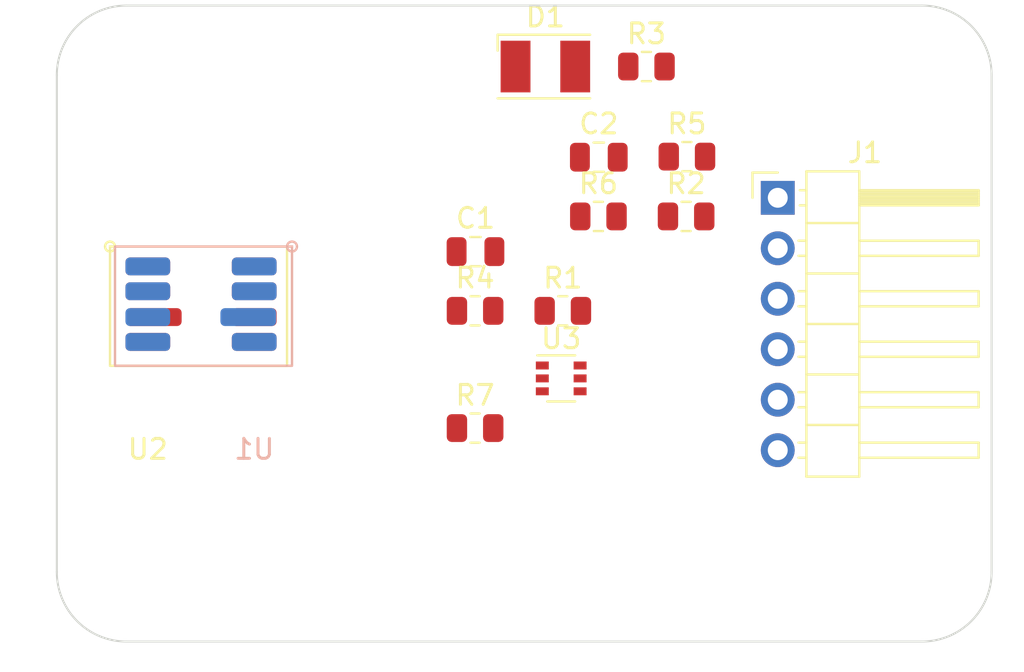
<source format=kicad_pcb>
(kicad_pcb (version 20211014) (generator pcbnew)
  (layers (0 "F.Cu" signal) (31 "B.Cu" signal) (34 "B.Paste" user) (35 "F.Paste" user) (36 "B.SilkS" user "B.Silkscreen") (37 "F.SilkS" user "F.Silkscreen") (38 "B.Mask" user) (39 "F.Mask" user) (44 "Edge.Cuts" user))
  (net 0 "")
  (net 1 "VDD")
  (net 2 "GND")
  (net 3 "Net-(D1-Pad2)")
  (net 4 "/SCLK")
  (net 5 "/SDI")
  (net 6 "/PS")
  (net 7 "/CSB")
  (net 8 "/SDO")
  (footprint "Resistor_SMD:R_0805_2012Metric" (layer "F.Cu") (at 131.94 111.86)
    (fp_text reference "R1" (at 0 -1.65) (layer "F.SilkS"))
    (fp_text value "10k")
    (fp_line (start -0.227064 -0.735) (end 0.227064 -0.735) (layer "F.SilkS") (width 0.12))
    (fp_line (start -0.227064 0.735) (end 0.227064 0.735) (layer "F.SilkS") (width 0.12))
    (pad "1" smd roundrect (at -0.9125 0) (size 1.025 1.4) (layers "F.Cu" "F.Paste" "F.Mask") (roundrect_rratio 0.243902) (net 4 "/SCLK"))
    (pad "2" smd roundrect (at 0.9125 0) (size 1.025 1.4) (layers "F.Cu" "F.Paste" "F.Mask") (roundrect_rratio 0.243902) (net 1 "VDD"))
  )
  (footprint "Capacitor_SMD:C_0805_2012Metric" (layer "F.Cu") (at 127.55 108.88)
    (fp_text reference "C1" (at 0 -1.68) (layer "F.SilkS"))
    (fp_text value "100nF")
    (fp_line (start -0.261252 -0.735) (end 0.261252 -0.735) (layer "F.SilkS") (width 0.12))
    (fp_line (start -0.261252 0.735) (end 0.261252 0.735) (layer "F.SilkS") (width 0.12))
    (pad "1" smd roundrect (at -0.95 0) (size 1 1.45) (layers "F.Cu" "F.Paste" "F.Mask") (net 1 "VDD"))
    (pad "2" smd roundrect (at 0.95 0) (size 1 1.45) (layers "F.Cu" "F.Paste" "F.Mask") (net 2 "GND"))
  )
  (footprint "LED_SMD:LED_PLCC-2" (layer "F.Cu") (at 131.064 99.568)
    (fp_text reference "D1" (at 0 -2.5) (layer "F.SilkS"))
    (fp_text value "LED")
    (fp_line (start 2.25 1.6) (end -2.4 1.6) (layer "F.SilkS") (width 0.12))
    (fp_line (start -2.4 -1.6) (end -2.4 -0.8) (layer "F.SilkS") (width 0.12))
    (fp_line (start 2.25 -1.6) (end -2.4 -1.6) (layer "F.SilkS") (width 0.12))
    (pad "1" smd rect (at -1.5 0) (size 1.5 2.6) (layers "F.Cu" "F.Paste" "F.Mask") (net 2 "GND"))
    (pad "2" smd rect (at 1.5 0) (size 1.5 2.6) (layers "F.Cu" "F.Paste" "F.Mask") (net 3 "Net-(D1-Pad2)"))
  )
  (footprint "MountingHole:MountingHole_3.2mm_M3" (layer "F.Cu") (at 150 125)
    (fp_text reference "H3" hide)
    (fp_text value "MountingHole")
    (pad "" np_thru_hole circle (at 0 0) (size 3.2 3.2) (drill 3.2) (layers *.Cu *.Mask))
  )
  (footprint "MyLib:MS580301BA01-00" (layer "F.Cu") (at 111.075 109.625)
    (fp_text reference "U2" (at 0 9.2 unlocked) (layer "F.SilkS"))
    (fp_text value "MS580301BA01-00")
    (fp_rect (start -1.9 -1) (end 7 5) (layer "F.SilkS") (width 0.12) (fill none))
    (fp_circle (center -1.9 -1) (end -1.65 -1) (layer "F.SilkS") (width 0.12) (fill none))
    (pad "1" smd roundrect (at 0 0) (size 2.25 0.9) (layers "F.Cu" "F.Paste" "F.Mask") (net 4 "/SCLK"))
    (pad "2" smd roundrect (at 0 1.25) (size 2.25 0.9) (layers "F.Cu" "F.Paste" "F.Mask") (net 2 "GND"))
    (pad "3" smd roundrect (at 0.3 2.55) (size 2.8 0.9) (layers "F.Cu" "F.Paste" "F.Mask") (net 7 "/CSB"))
    (pad "4" smd roundrect (at 0 3.8) (size 2.25 0.9) (layers "F.Cu" "F.Paste" "F.Mask"))
    (pad "5" smd roundrect (at 5.35 3.8) (size 2.25 0.9) (layers "F.Cu" "F.Paste" "F.Mask") (net 1 "VDD"))
    (pad "6" smd roundrect (at 5.35 2.55) (size 2.25 0.9) (layers "F.Cu" "F.Paste" "F.Mask") (net 6 "/PS"))
    (pad "7" smd roundrect (at 5.35 1.25) (size 2.25 0.9) (layers "F.Cu" "F.Paste" "F.Mask") (net 5 "/SDI"))
    (pad "8" smd roundrect (at 5.35 0) (size 2.25 0.9) (layers "F.Cu" "F.Paste" "F.Mask") (net 8 "/SDO"))
  )
  (footprint "Resistor_SMD:R_0805_2012Metric" (layer "F.Cu") (at 138.18 104.1)
    (fp_text reference "R5" (at 0 -1.65) (layer "F.SilkS"))
    (fp_text value "0R")
    (fp_line (start -0.227064 -0.735) (end 0.227064 -0.735) (layer "F.SilkS") (width 0.12))
    (fp_line (start -0.227064 0.735) (end 0.227064 0.735) (layer "F.SilkS") (width 0.12))
    (pad "1" smd roundrect (at -0.9125 0) (size 1.025 1.4) (layers "F.Cu" "F.Paste" "F.Mask") (roundrect_rratio 0.243902) (net 2 "GND"))
    (pad "2" smd roundrect (at 0.9125 0) (size 1.025 1.4) (layers "F.Cu" "F.Paste" "F.Mask") (roundrect_rratio 0.243902) (net 6 "/PS"))
  )
  (footprint "Resistor_SMD:R_0805_2012Metric" (layer "F.Cu") (at 127.53 111.86)
    (fp_text reference "R4" (at 0 -1.65) (layer "F.SilkS"))
    (fp_text value "0R")
    (fp_line (start -0.227064 -0.735) (end 0.227064 -0.735) (layer "F.SilkS") (width 0.12))
    (fp_line (start -0.227064 0.735) (end 0.227064 0.735) (layer "F.SilkS") (width 0.12))
    (pad "1" smd roundrect (at -0.9125 0) (size 1.025 1.4) (layers "F.Cu" "F.Paste" "F.Mask") (roundrect_rratio 0.243902) (net 6 "/PS"))
    (pad "2" smd roundrect (at 0.9125 0) (size 1.025 1.4) (layers "F.Cu" "F.Paste" "F.Mask") (roundrect_rratio 0.243902) (net 1 "VDD"))
  )
  (footprint "Package_TO_SOT_SMD:SOT-363_SC-70-6" (layer "F.Cu") (at 131.86 115.26)
    (fp_text reference "U3" (at 0 -2) (layer "F.SilkS"))
    (fp_text value "NUP4202")
    (fp_line (start -0.7 1.16) (end 0.7 1.16) (layer "F.SilkS") (width 0.12))
    (fp_line (start 0.7 -1.16) (end -1.2 -1.16) (layer "F.SilkS") (width 0.12))
    (pad "1" smd rect (at -0.95 -0.65) (size 0.65 0.4) (layers "F.Cu" "F.Paste" "F.Mask") (net 4 "/SCLK"))
    (pad "2" smd rect (at -0.95 0) (size 0.65 0.4) (layers "F.Cu" "F.Paste" "F.Mask") (net 1 "VDD"))
    (pad "3" smd rect (at -0.95 0.65) (size 0.65 0.4) (layers "F.Cu" "F.Paste" "F.Mask") (net 7 "/CSB"))
    (pad "4" smd rect (at 0.95 0.65) (size 0.65 0.4) (layers "F.Cu" "F.Paste" "F.Mask") (net 8 "/SDO"))
    (pad "5" smd rect (at 0.95 0) (size 0.65 0.4) (layers "F.Cu" "F.Paste" "F.Mask") (net 2 "GND"))
    (pad "6" smd rect (at 0.95 -0.65) (size 0.65 0.4) (layers "F.Cu" "F.Paste" "F.Mask") (net 5 "/SDI"))
  )
  (footprint "MountingHole:MountingHole_3.2mm_M3" (layer "F.Cu") (at 150 100)
    (fp_text reference "H2" hide)
    (fp_text value "MountingHole" hide)
    (pad "" np_thru_hole circle (at 0 0) (size 3.2 3.2) (drill 3.2) (layers *.Cu *.Mask))
  )
  (footprint "Resistor_SMD:R_0805_2012Metric" (layer "F.Cu") (at 136.144 99.568)
    (fp_text reference "R3" (at 0 -1.65) (layer "F.SilkS"))
    (fp_text value "1k")
    (fp_line (start -0.227064 0.735) (end 0.227064 0.735) (layer "F.SilkS") (width 0.12))
    (fp_line (start -0.227064 -0.735) (end 0.227064 -0.735) (layer "F.SilkS") (width 0.12))
    (pad "1" smd roundrect (at -0.9125 0) (size 1.025 1.4) (layers "F.Cu" "F.Paste" "F.Mask") (roundrect_rratio 0.243902) (net 3 "Net-(D1-Pad2)"))
    (pad "2" smd roundrect (at 0.9125 0) (size 1.025 1.4) (layers "F.Cu" "F.Paste" "F.Mask") (roundrect_rratio 0.243902) (net 1 "VDD"))
  )
  (footprint "MountingHole:MountingHole_3.2mm_M3" (layer "F.Cu") (at 110 125)
    (fp_text reference "H4" hide)
    (fp_text value "MountingHole")
    (pad "" np_thru_hole circle (at 0 0) (size 3.2 3.2) (drill 3.2) (layers *.Cu *.Mask))
  )
  (footprint "Resistor_SMD:R_0805_2012Metric" (layer "F.Cu") (at 127.53 117.76)
    (fp_text reference "R7" (at 0 -1.65) (layer "F.SilkS"))
    (fp_text value "0R")
    (fp_line (start -0.227064 -0.735) (end 0.227064 -0.735) (layer "F.SilkS") (width 0.12))
    (fp_line (start -0.227064 0.735) (end 0.227064 0.735) (layer "F.SilkS") (width 0.12))
    (pad "1" smd roundrect (at -0.9125 0) (size 1.025 1.4) (layers "F.Cu" "F.Paste" "F.Mask") (roundrect_rratio 0.243902) (net 2 "GND"))
    (pad "2" smd roundrect (at 0.9125 0) (size 1.025 1.4) (layers "F.Cu" "F.Paste" "F.Mask") (roundrect_rratio 0.243902) (net 7 "/CSB"))
  )
  (footprint "MountingHole:MountingHole_3.2mm_M3" (layer "F.Cu") (at 110 100)
    (fp_text reference "H1" hide)
    (fp_text value "MountingHole")
    (pad "" np_thru_hole circle (at 0 0) (size 3.2 3.2) (drill 3.2) (layers *.Cu *.Mask))
  )
  (footprint "Resistor_SMD:R_0805_2012Metric" (layer "F.Cu") (at 138.14 107.11)
    (fp_text reference "R2" (at 0 -1.65) (layer "F.SilkS"))
    (fp_text value "10k")
    (fp_line (start -0.227064 -0.735) (end 0.227064 -0.735) (layer "F.SilkS") (width 0.12))
    (fp_line (start -0.227064 0.735) (end 0.227064 0.735) (layer "F.SilkS") (width 0.12))
    (pad "1" smd roundrect (at -0.9125 0) (size 1.025 1.4) (layers "F.Cu" "F.Paste" "F.Mask") (roundrect_rratio 0.243902) (net 5 "/SDI"))
    (pad "2" smd roundrect (at 0.9125 0) (size 1.025 1.4) (layers "F.Cu" "F.Paste" "F.Mask") (roundrect_rratio 0.243902) (net 1 "VDD"))
  )
  (footprint "Connector_PinHeader_2.54mm:PinHeader_1x06_P2.54mm_Horizontal" (layer "F.Cu") (at 142.748 106.172)
    (fp_text reference "J1" (at 4.385 -2.27) (layer "F.SilkS"))
    (fp_text value "Conn_01x06")
    (fp_line (start 1.44 1.27) (end 4.1 1.27) (layer "F.SilkS") (width 0.12))
    (fp_line (start 1.44 3.81) (end 4.1 3.81) (layer "F.SilkS") (width 0.12))
    (fp_line (start 4.1 0.16) (end 10.1 0.16) (layer "F.SilkS") (width 0.12))
    (fp_line (start 1.44 8.89) (end 4.1 8.89) (layer "F.SilkS") (width 0.12))
    (fp_line (start 4.1 4.7) (end 10.1 4.7) (layer "F.SilkS") (width 0.12))
    (fp_line (start 4.1 2.16) (end 10.1 2.16) (layer "F.SilkS") (width 0.12))
    (fp_line (start 4.1 -0.32) (end 10.1 -0.32) (layer "F.SilkS") (width 0.12))
    (fp_line (start 1.042929 5.46) (end 1.44 5.46) (layer "F.SilkS") (width 0.12))
    (fp_line (start 10.1 -0.38) (end 10.1 0.38) (layer "F.SilkS") (width 0.12))
    (fp_line (start 4.1 -0.38) (end 10.1 -0.38) (layer "F.SilkS") (width 0.12))
    (fp_line (start 10.1 7.24) (end 10.1 8) (layer "F.SilkS") (width 0.12))
    (fp_line (start 10.1 10.54) (end 4.1 10.54) (layer "F.SilkS") (width 0.12))
    (fp_line (start 10.1 2.92) (end 4.1 2.92) (layer "F.SilkS") (width 0.12))
    (fp_line (start 1.042929 7.24) (end 1.44 7.24) (layer "F.SilkS") (width 0.12))
    (fp_line (start 1.042929 10.54) (end 1.44 10.54) (layer "F.SilkS") (width 0.12))
    (fp_line (start 1.042929 2.92) (end 1.44 2.92) (layer "F.SilkS") (width 0.12))
    (fp_line (start 10.1 0.38) (end 4.1 0.38) (layer "F.SilkS") (width 0.12))
    (fp_line (start 10.1 8) (end 4.1 8) (layer "F.SilkS") (width 0.12))
    (fp_line (start 1.042929 4.7) (end 1.44 4.7) (layer "F.SilkS") (width 0.12))
    (fp_line (start 4.1 0.28) (end 10.1 0.28) (layer "F.SilkS") (width 0.12))
    (fp_line (start 1.042929 2.16) (end 1.44 2.16) (layer "F.SilkS") (width 0.12))
    (fp_line (start 10.1 9.78) (end 10.1 10.54) (layer "F.SilkS") (width 0.12))
    (fp_line (start 10.1 5.46) (end 4.1 5.46) (layer "F.SilkS") (width 0.12))
    (fp_line (start 4.1 7.24) (end 10.1 7.24) (layer "F.SilkS") (width 0.12))
    (fp_line (start 1.042929 8) (end 1.44 8) (layer "F.SilkS") (width 0.12))
    (fp_line (start 1.44 11.43) (end 4.1 11.43) (layer "F.SilkS") (width 0.12))
    (fp_line (start 4.1 0.04) (end 10.1 0.04) (layer "F.SilkS") (width 0.12))
    (fp_line (start 4.1 -0.2) (end 10.1 -0.2) (layer "F.SilkS") (width 0.12))
    (fp_line (start 4.1 12.32) (end 10.1 12.32) (layer "F.SilkS") (width 0.12))
    (fp_line (start 4.1 -1.33) (end 1.44 -1.33) (layer "F.SilkS") (width 0.12))
    (fp_line (start 4.1 14.03) (end 4.1 -1.33) (layer "F.SilkS") (width 0.12))
    (fp_line (start 1.44 -1.33) (end 1.44 14.03) (layer "F.SilkS") (width 0.12))
    (fp_line (start 4.1 9.78) (end 10.1 9.78) (layer "F.SilkS") (width 0.12))
    (fp_line (start 1.11 -0.38) (end 1.44 -0.38) (layer "F.SilkS") (width 0.12))
    (fp_line (start 10.1 13.08) (end 4.1 13.08) (layer "F.SilkS") (width 0.12))
    (fp_line (start 1.44 6.35) (end 4.1 6.35) (layer "F.SilkS") (width 0.12))
    (fp_line (start 1.042929 12.32) (end 1.44 12.32) (layer "F.SilkS") (width 0.12))
    (fp_line (start 1.11 0.38) (end 1.44 0.38) (layer "F.SilkS") (width 0.12))
    (fp_line (start 1.042929 9.78) (end 1.44 9.78) (layer "F.SilkS") (width 0.12))
    (fp_line (start 4.1 -0.08) (end 10.1 -0.08) (layer "F.SilkS") (width 0.12))
    (fp_line (start -1.27 0) (end -1.27 -1.27) (layer "F.SilkS") (width 0.12))
    (fp_line (start -1.27 -1.27) (end 0 -1.27) (layer "F.SilkS") (width 0.12))
    (fp_line (start 1.042929 13.08) (end 1.44 13.08) (layer "F.SilkS") (width 0.12))
    (fp_line (start 10.1 2.16) (end 10.1 2.92) (layer "F.SilkS") (width 0.12))
    (fp_line (start 10.1 4.7) (end 10.1 5.46) (layer "F.SilkS") (width 0.12))
    (fp_line (start 10.1 12.32) (end 10.1 13.08) (layer "F.SilkS") (width 0.12))
    (fp_line (start 1.44 14.03) (end 4.1 14.03) (layer "F.SilkS") (width 0.12))
    (pad "1" thru_hole rect (at 0 0) (size 1.7 1.7) (drill 1) (layers *.Cu *.Mask) (net 1 "VDD"))
    (pad "2" thru_hole oval (at 0 2.54) (size 1.7 1.7) (drill 1) (layers *.Cu *.Mask) (net 4 "/SCLK"))
    (pad "3" thru_hole oval (at 0 5.08) (size 1.7 1.7) (drill 1) (layers *.Cu *.Mask) (net 8 "/SDO"))
    (pad "4" thru_hole oval (at 0 7.62) (size 1.7 1.7) (drill 1) (layers *.Cu *.Mask) (net 5 "/SDI"))
    (pad "5" thru_hole oval (at 0 10.16) (size 1.7 1.7) (drill 1) (layers *.Cu *.Mask) (net 7 "/CSB"))
    (pad "6" thru_hole oval (at 0 12.7) (size 1.7 1.7) (drill 1) (layers *.Cu *.Mask) (net 2 "GND"))
  )
  (footprint "Resistor_SMD:R_0805_2012Metric" (layer "F.Cu") (at 133.73 107.11)
    (fp_text reference "R6" (at 0 -1.65) (layer "F.SilkS"))
    (fp_text value "0R")
    (fp_line (start -0.227064 -0.735) (end 0.227064 -0.735) (layer "F.SilkS") (width 0.12))
    (fp_line (start -0.227064 0.735) (end 0.227064 0.735) (layer "F.SilkS") (width 0.12))
    (pad "1" smd roundrect (at -0.9125 0) (size 1.025 1.4) (layers "F.Cu" "F.Paste" "F.Mask") (roundrect_rratio 0.243902) (net 7 "/CSB"))
    (pad "2" smd roundrect (at 0.9125 0) (size 1.025 1.4) (layers "F.Cu" "F.Paste" "F.Mask") (roundrect_rratio 0.243902) (net 1 "VDD"))
  )
  (footprint "Capacitor_SMD:C_0805_2012Metric" (layer "F.Cu") (at 133.75 104.13)
    (fp_text reference "C2" (at 0 -1.68) (layer "F.SilkS"))
    (fp_text value "1uF")
    (fp_line (start -0.261252 0.735) (end 0.261252 0.735) (layer "F.SilkS") (width 0.12))
    (fp_line (start -0.261252 -0.735) (end 0.261252 -0.735) (layer "F.SilkS") (width 0.12))
    (pad "1" smd roundrect (at -0.95 0) (size 1 1.45) (layers "F.Cu" "F.Paste" "F.Mask") (net 1 "VDD"))
    (pad "2" smd roundrect (at 0.95 0) (size 1 1.45) (layers "F.Cu" "F.Paste" "F.Mask") (net 2 "GND"))
  )
  (footprint "MyLib:MS580301BA01-00" (layer "B.Cu") (at 116.425 109.625 180)
    (fp_text reference "U1" (at 0 -9.2 unlocked) (layer "B.SilkS") (effects (justify mirror)))
    (fp_text value "MS580301BA01-00")
    (fp_rect (start -1.9 1) (end 7 -5) (layer "B.SilkS") (width 0.12) (fill none))
    (fp_circle (center -1.9 1) (end -1.65 1) (layer "B.SilkS") (width 0.12) (fill none))
    (pad "1" smd roundrect (at 0 0 180) (size 2.25 0.9) (layers "B.Cu" "B.Paste" "B.Mask") (net 4 "/SCLK"))
    (pad "2" smd roundrect (at 0 -1.25 180) (size 2.25 0.9) (layers "B.Cu" "B.Paste" "B.Mask") (net 2 "GND"))
    (pad "3" smd roundrect (at 0.3 -2.55 180) (size 2.8 0.9) (layers "B.Cu" "B.Paste" "B.Mask") (net 7 "/CSB"))
    (pad "4" smd roundrect (at 0 -3.8 180) (size 2.25 0.9) (layers "B.Cu" "B.Paste" "B.Mask"))
    (pad "5" smd roundrect (at 5.35 -3.8 180) (size 2.25 0.9) (layers "B.Cu" "B.Paste" "B.Mask") (net 1 "VDD"))
    (pad "6" smd roundrect (at 5.35 -2.55 180) (size 2.25 0.9) (layers "B.Cu" "B.Paste" "B.Mask") (net 6 "/PS"))
    (pad "7" smd roundrect (at 5.35 -1.25 180) (size 2.25 0.9) (layers "B.Cu" "B.Paste" "B.Mask") (net 5 "/SDI"))
    (pad "8" smd roundrect (at 5.35 0 180) (size 2.25 0.9) (layers "B.Cu" "B.Paste" "B.Mask") (net 8 "/SDO"))
  )
  (gr_line (start 150 128.5) (end 110 128.5) (layer "Edge.Cuts") (width 0.1))
  (gr_arc (start 150 96.5) (mid 152.474874 97.525126) (end 153.5 100) (layer "Edge.Cuts") (width 0.1))
  (gr_line (start 150 96.5) (end 110 96.5) (layer "Edge.Cuts") (width 0.1))
  (gr_arc (start 153.5 125) (mid 152.474874 127.474874) (end 150 128.5) (layer "Edge.Cuts") (width 0.1))
  (gr_arc (start 110 128.5) (mid 107.525126 127.474874) (end 106.5 125) (layer "Edge.Cuts") (width 0.1))
  (gr_line (start 153.5 125) (end 153.5 100) (layer "Edge.Cuts") (width 0.1))
  (gr_line (start 106.5 125) (end 106.5 100) (layer "Edge.Cuts") (width 0.1))
  (gr_arc (start 106.5 100) (mid 107.525126 97.525126) (end 110 96.5) (layer "Edge.Cuts") (width 0.1))
)
</source>
